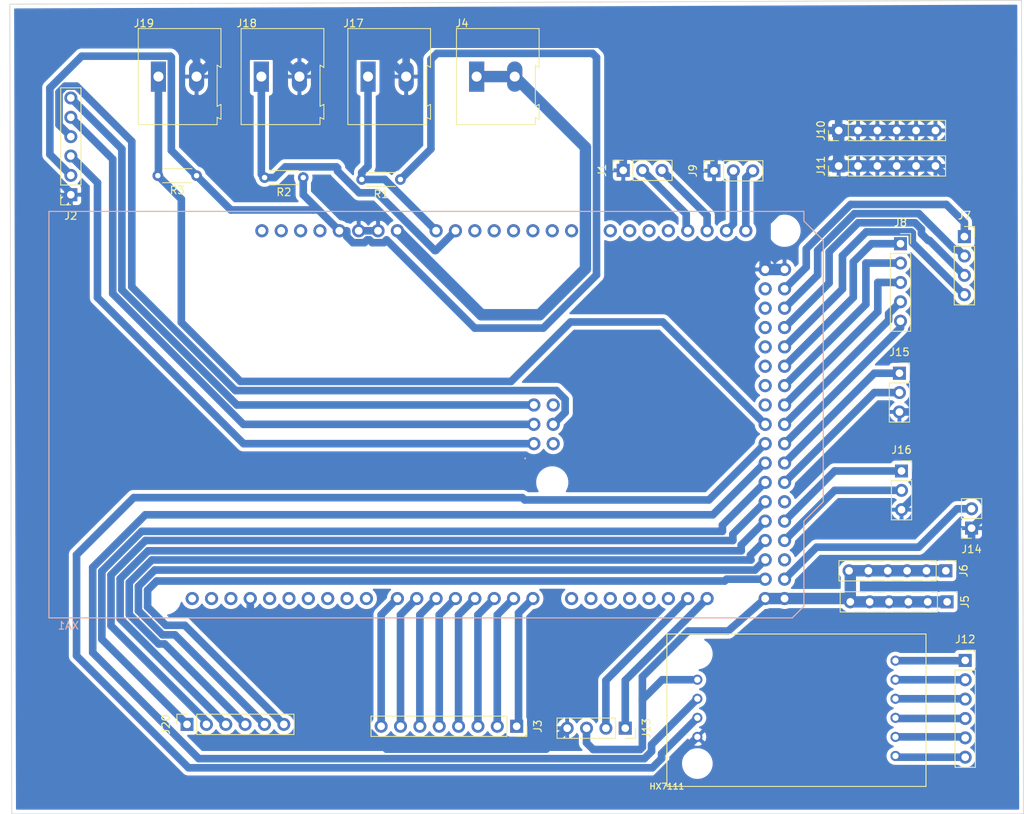
<source format=kicad_pcb>
(kicad_pcb (version 20171130) (host pcbnew "(5.1.10)-1")
  (layers (0 F.Cu signal) (31 B.Cu signal) (34 B.Paste user) (35 F.Paste user) (36 B.SilkS user) (37 F.SilkS user) (38 B.Mask user) (39 F.Mask user) (44 Edge.Cuts user))
  (net 0 "")
  (net 1 +5V)
  (net 2 SCK)
  (net 3 DT)
  (net 4 GND)
  (net 5 CUR1)
  (net 6 CS)
  (net 7 MOSI)
  (net 8 MISO)
  (net 9 key8)
  (net 10 key7)
  (net 11 key6)
  (net 12 key5)
  (net 13 key4)
  (net 14 key3)
  (net 15 key2)
  (net 16 key1)
  (net 17 "Net-(J4-Pad1)")
  (net 18 IN4)
  (net 19 IN3)
  (net 20 IN2)
  (net 21 IN1)
  (net 22 in4)
  (net 23 in3)
  (net 24 in2)
  (net 25 in1)
  (net 26 pwm)
  (net 27 CUR2)
  (net 28 SDA)
  (net 29 SCL)
  (net 30 BUZZER)
  (net 31 readsensor1)
  (net 32 readsensor2)
  (net 33 limitswitch2)
  (net 34 powerswitch)
  (net 35 limitswitch1)
  (net 36 "Net-(XA1-PadD52)")
  (net 37 "Net-(XA1-PadD50)")
  (net 38 "Net-(XA1-PadD48)")
  (net 39 "Net-(XA1-PadD46)")
  (net 40 "Net-(XA1-PadD44)")
  (net 41 "Net-(XA1-PadD42)")
  (net 42 "Net-(XA1-PadD40)")
  (net 43 "Net-(XA1-PadA11)")
  (net 44 "Net-(XA1-PadA10)")
  (net 45 "Net-(XA1-PadA9)")
  (net 46 "Net-(XA1-PadA8)")
  (net 47 "Net-(XA1-PadA7)")
  (net 48 "Net-(XA1-PadA6)")
  (net 49 "Net-(XA1-PadA5)")
  (net 50 "Net-(XA1-PadA4)")
  (net 51 "Net-(XA1-PadA3)")
  (net 52 "Net-(XA1-PadA2)")
  (net 53 "Net-(XA1-PadD11)")
  (net 54 "Net-(XA1-PadD12)")
  (net 55 "Net-(XA1-PadD13)")
  (net 56 "Net-(XA1-PadAREF)")
  (net 57 "Net-(XA1-PadSDA)")
  (net 58 "Net-(XA1-PadSCL)")
  (net 59 "Net-(XA1-PadD10)")
  (net 60 "Net-(XA1-PadD9)")
  (net 61 "Net-(XA1-PadD8)")
  (net 62 "Net-(XA1-PadD14)")
  (net 63 "Net-(XA1-PadD15)")
  (net 64 "Net-(XA1-PadD16)")
  (net 65 "Net-(XA1-PadD17)")
  (net 66 "Net-(XA1-PadD18)")
  (net 67 "Net-(XA1-PadD19)")
  (net 68 "Net-(XA1-PadIORF)")
  (net 69 "Net-(XA1-PadRST1)")
  (net 70 "Net-(XA1-Pad3V3)")
  (net 71 "Net-(XA1-Pad5V2)")
  (net 72 "Net-(XA1-PadGND4)")
  (net 73 VCC1)
  (net 74 VCC2)
  (net 75 VCC3)
  (net 76 VCC4)
  (net 77 e1)
  (net 78 e2)
  (net 79 e3)
  (net 80 e4)
  (net 81 e5)
  (net 82 e6)
  (net 83 "Net-(XA1-PadD31)")
  (net 84 "Net-(XA1-PadD25)")
  (net 85 amplifersck)
  (net 86 B+)
  (net 87 B-)
  (net 88 A+)
  (net 89 A-)
  (net 90 E-)
  (net 91 E+)
  (module TerminalBlock:TerminalBlock_Altech_AK300-2_P5.00mm (layer F.Cu) (at 105.75 34)
    (fp_text reference J4 (at -1.92 -6.99) (layer F.SilkS))
    (fp_text value vin)
    (pad 2 thru_hole oval (at 5 0) (size 1.98 3.96) (drill 1.32) (layers *.Cu *.Mask) (net 17 "Net-(J4-Pad1)"))
    (pad 1 thru_hole rect (at 0 0) (size 1.98 3.96) (drill 1.32) (layers *.Cu *.Mask) (net 17 "Net-(J4-Pad1)"))
  )
  (module Arduino:Arduino_Mega2560_Shield (layer B.Cu) (at 49.6316 51.689)
    (fp_text reference XA1 (at 2.54 54.356) (layer B.SilkS) (effects (justify mirror)))
    (fp_text value Arduino_Mega2560_Shield)
    (fp_text user . (at 62.484 32.004) (layer B.SilkS) (effects (justify mirror)))
    (pad MISO thru_hole oval (at 63.627 30.48) (size 1.7272 1.7272) (drill 1.016) (layers *.Cu *.Mask) (net 8 MISO))
    (pad GND6 thru_hole oval (at 96.52 7.62) (size 1.7272 1.7272) (drill 1.016) (layers *.Cu *.Mask) (net 4 GND))
    (pad GND5 thru_hole oval (at 93.98 7.62) (size 1.7272 1.7272) (drill 1.016) (layers *.Cu *.Mask) (net 4 GND))
    (pad D53 thru_hole oval (at 96.52 10.16) (size 1.7272 1.7272) (drill 1.016) (layers *.Cu *.Mask) (net 21 IN1))
    (pad D52 thru_hole oval (at 93.98 10.16) (size 1.7272 1.7272) (drill 1.016) (layers *.Cu *.Mask) (net 36 "Net-(XA1-PadD52)"))
    (pad D51 thru_hole oval (at 96.52 12.7) (size 1.7272 1.7272) (drill 1.016) (layers *.Cu *.Mask) (net 20 IN2))
    (pad D50 thru_hole oval (at 93.98 12.7) (size 1.7272 1.7272) (drill 1.016) (layers *.Cu *.Mask) (net 37 "Net-(XA1-PadD50)"))
    (pad D49 thru_hole oval (at 96.52 15.24) (size 1.7272 1.7272) (drill 1.016) (layers *.Cu *.Mask) (net 19 IN3))
    (pad D48 thru_hole oval (at 93.98 15.24) (size 1.7272 1.7272) (drill 1.016) (layers *.Cu *.Mask) (net 38 "Net-(XA1-PadD48)"))
    (pad D47 thru_hole oval (at 96.52 17.78) (size 1.7272 1.7272) (drill 1.016) (layers *.Cu *.Mask) (net 18 IN4))
    (pad D46 thru_hole oval (at 93.98 17.78) (size 1.7272 1.7272) (drill 1.016) (layers *.Cu *.Mask) (net 39 "Net-(XA1-PadD46)"))
    (pad D45 thru_hole oval (at 96.52 20.32) (size 1.7272 1.7272) (drill 1.016) (layers *.Cu *.Mask) (net 26 pwm))
    (pad D44 thru_hole oval (at 93.98 20.32) (size 1.7272 1.7272) (drill 1.016) (layers *.Cu *.Mask) (net 40 "Net-(XA1-PadD44)"))
    (pad D43 thru_hole oval (at 96.52 22.86) (size 1.7272 1.7272) (drill 1.016) (layers *.Cu *.Mask) (net 25 in1))
    (pad D42 thru_hole oval (at 93.98 22.86) (size 1.7272 1.7272) (drill 1.016) (layers *.Cu *.Mask) (net 41 "Net-(XA1-PadD42)"))
    (pad D41 thru_hole oval (at 96.52 25.4) (size 1.7272 1.7272) (drill 1.016) (layers *.Cu *.Mask) (net 24 in2))
    (pad D40 thru_hole oval (at 93.98 25.4) (size 1.7272 1.7272) (drill 1.016) (layers *.Cu *.Mask) (net 42 "Net-(XA1-PadD40)"))
    (pad D39 thru_hole oval (at 96.52 27.94) (size 1.7272 1.7272) (drill 1.016) (layers *.Cu *.Mask) (net 23 in3))
    (pad D38 thru_hole oval (at 93.98 27.94) (size 1.7272 1.7272) (drill 1.016) (layers *.Cu *.Mask) (net 34 powerswitch))
    (pad D37 thru_hole oval (at 96.52 30.48) (size 1.7272 1.7272) (drill 1.016) (layers *.Cu *.Mask) (net 22 in4))
    (pad D36 thru_hole oval (at 93.98 30.48) (size 1.7272 1.7272) (drill 1.016) (layers *.Cu *.Mask) (net 3 DT))
    (pad D35 thru_hole oval (at 96.52 33.02) (size 1.7272 1.7272) (drill 1.016) (layers *.Cu *.Mask) (net 31 readsensor1))
    (pad D34 thru_hole oval (at 93.98 33.02) (size 1.7272 1.7272) (drill 1.016) (layers *.Cu *.Mask) (net 85 amplifersck))
    (pad D33 thru_hole oval (at 96.52 35.56) (size 1.7272 1.7272) (drill 1.016) (layers *.Cu *.Mask) (net 73 VCC1))
    (pad D32 thru_hole oval (at 93.98 35.56) (size 1.7272 1.7272) (drill 1.016) (layers *.Cu *.Mask) (net 77 e1))
    (pad D31 thru_hole oval (at 96.52 38.1) (size 1.7272 1.7272) (drill 1.016) (layers *.Cu *.Mask) (net 83 "Net-(XA1-PadD31)"))
    (pad D30 thru_hole oval (at 93.98 38.1) (size 1.7272 1.7272) (drill 1.016) (layers *.Cu *.Mask) (net 78 e2))
    (pad D29 thru_hole oval (at 96.52 40.64) (size 1.7272 1.7272) (drill 1.016) (layers *.Cu *.Mask) (net 32 readsensor2))
    (pad D28 thru_hole oval (at 93.98 40.64) (size 1.7272 1.7272) (drill 1.016) (layers *.Cu *.Mask) (net 79 e3))
    (pad D27 thru_hole oval (at 96.52 43.18) (size 1.7272 1.7272) (drill 1.016) (layers *.Cu *.Mask) (net 74 VCC2))
    (pad D26 thru_hole oval (at 93.98 43.18) (size 1.7272 1.7272) (drill 1.016) (layers *.Cu *.Mask) (net 80 e4))
    (pad D25 thru_hole oval (at 96.52 45.72) (size 1.7272 1.7272) (drill 1.016) (layers *.Cu *.Mask) (net 84 "Net-(XA1-PadD25)"))
    (pad D24 thru_hole oval (at 93.98 45.72) (size 1.7272 1.7272) (drill 1.016) (layers *.Cu *.Mask) (net 81 e5))
    (pad D23 thru_hole oval (at 96.52 48.26) (size 1.7272 1.7272) (drill 1.016) (layers *.Cu *.Mask) (net 30 BUZZER))
    (pad D22 thru_hole oval (at 93.98 48.26) (size 1.7272 1.7272) (drill 1.016) (layers *.Cu *.Mask) (net 82 e6))
    (pad 5V4 thru_hole oval (at 96.52 50.8) (size 1.7272 1.7272) (drill 1.016) (layers *.Cu *.Mask) (net 1 +5V))
    (pad 5V3 thru_hole oval (at 93.98 50.8) (size 1.7272 1.7272) (drill 1.016) (layers *.Cu *.Mask) (net 1 +5V))
    (pad A15 thru_hole oval (at 91.44 2.54) (size 1.7272 1.7272) (drill 1.016) (layers *.Cu *.Mask) (net 76 VCC4))
    (pad A14 thru_hole oval (at 88.9 2.54) (size 1.7272 1.7272) (drill 1.016) (layers *.Cu *.Mask) (net 27 CUR2))
    (pad A13 thru_hole oval (at 86.36 2.54) (size 1.7272 1.7272) (drill 1.016) (layers *.Cu *.Mask) (net 75 VCC3))
    (pad A12 thru_hole oval (at 83.82 2.54) (size 1.7272 1.7272) (drill 1.016) (layers *.Cu *.Mask) (net 5 CUR1))
    (pad A11 thru_hole oval (at 81.28 2.54) (size 1.7272 1.7272) (drill 1.016) (layers *.Cu *.Mask) (net 43 "Net-(XA1-PadA11)"))
    (pad A10 thru_hole oval (at 78.74 2.54) (size 1.7272 1.7272) (drill 1.016) (layers *.Cu *.Mask) (net 44 "Net-(XA1-PadA10)"))
    (pad A9 thru_hole oval (at 76.2 2.54) (size 1.7272 1.7272) (drill 1.016) (layers *.Cu *.Mask) (net 45 "Net-(XA1-PadA9)"))
    (pad A8 thru_hole oval (at 73.66 2.54) (size 1.7272 1.7272) (drill 1.016) (layers *.Cu *.Mask) (net 46 "Net-(XA1-PadA8)"))
    (pad A7 thru_hole oval (at 68.58 2.54) (size 1.7272 1.7272) (drill 1.016) (layers *.Cu *.Mask) (net 47 "Net-(XA1-PadA7)"))
    (pad A6 thru_hole oval (at 66.04 2.54) (size 1.7272 1.7272) (drill 1.016) (layers *.Cu *.Mask) (net 48 "Net-(XA1-PadA6)"))
    (pad A5 thru_hole oval (at 63.5 2.54) (size 1.7272 1.7272) (drill 1.016) (layers *.Cu *.Mask) (net 49 "Net-(XA1-PadA5)"))
    (pad A4 thru_hole oval (at 60.96 2.54) (size 1.7272 1.7272) (drill 1.016) (layers *.Cu *.Mask) (net 50 "Net-(XA1-PadA4)"))
    (pad A3 thru_hole oval (at 58.42 2.54) (size 1.7272 1.7272) (drill 1.016) (layers *.Cu *.Mask) (net 51 "Net-(XA1-PadA3)"))
    (pad A2 thru_hole oval (at 55.88 2.54) (size 1.7272 1.7272) (drill 1.016) (layers *.Cu *.Mask) (net 52 "Net-(XA1-PadA2)"))
    (pad A1 thru_hole oval (at 53.34 2.54) (size 1.7272 1.7272) (drill 1.016) (layers *.Cu *.Mask) (net 33 limitswitch2))
    (pad "" thru_hole oval (at 27.94 2.54) (size 1.7272 1.7272) (drill 1.016) (layers *.Cu *.Mask))
    (pad D11 thru_hole oval (at 34.036 50.8) (size 1.7272 1.7272) (drill 1.016) (layers *.Cu *.Mask) (net 53 "Net-(XA1-PadD11)"))
    (pad D12 thru_hole oval (at 31.496 50.8) (size 1.7272 1.7272) (drill 1.016) (layers *.Cu *.Mask) (net 54 "Net-(XA1-PadD12)"))
    (pad D13 thru_hole oval (at 28.956 50.8) (size 1.7272 1.7272) (drill 1.016) (layers *.Cu *.Mask) (net 55 "Net-(XA1-PadD13)"))
    (pad AREF thru_hole oval (at 23.876 50.8) (size 1.7272 1.7272) (drill 1.016) (layers *.Cu *.Mask) (net 56 "Net-(XA1-PadAREF)"))
    (pad SDA thru_hole oval (at 21.336 50.8) (size 1.7272 1.7272) (drill 1.016) (layers *.Cu *.Mask) (net 57 "Net-(XA1-PadSDA)"))
    (pad SCL thru_hole oval (at 18.796 50.8) (size 1.7272 1.7272) (drill 1.016) (layers *.Cu *.Mask) (net 58 "Net-(XA1-PadSCL)"))
    (pad "" np_thru_hole circle (at 13.97 2.54) (size 3.2 3.2) (drill 3.2) (layers *.Cu *.Mask))
    (pad "" np_thru_hole circle (at 96.52 2.54) (size 3.2 3.2) (drill 3.2) (layers *.Cu *.Mask))
    (pad "" np_thru_hole circle (at 15.24 50.8) (size 3.2 3.2) (drill 3.2) (layers *.Cu *.Mask))
    (pad "" np_thru_hole circle (at 90.17 50.8) (size 3.2 3.2) (drill 3.2) (layers *.Cu *.Mask))
    (pad "" np_thru_hole circle (at 66.04 35.56) (size 3.2 3.2) (drill 3.2) (layers *.Cu *.Mask))
    (pad "" np_thru_hole circle (at 66.04 7.62) (size 3.2 3.2) (drill 3.2) (layers *.Cu *.Mask))
    (pad D10 thru_hole oval (at 36.576 50.8) (size 1.7272 1.7272) (drill 1.016) (layers *.Cu *.Mask) (net 59 "Net-(XA1-PadD10)"))
    (pad D9 thru_hole oval (at 39.116 50.8) (size 1.7272 1.7272) (drill 1.016) (layers *.Cu *.Mask) (net 60 "Net-(XA1-PadD9)"))
    (pad D8 thru_hole oval (at 41.656 50.8) (size 1.7272 1.7272) (drill 1.016) (layers *.Cu *.Mask) (net 61 "Net-(XA1-PadD8)"))
    (pad GND1 thru_hole oval (at 26.416 50.8) (size 1.7272 1.7272) (drill 1.016) (layers *.Cu *.Mask) (net 4 GND))
    (pad D7 thru_hole oval (at 45.72 50.8) (size 1.7272 1.7272) (drill 1.016) (layers *.Cu *.Mask) (net 9 key8))
    (pad D6 thru_hole oval (at 48.26 50.8) (size 1.7272 1.7272) (drill 1.016) (layers *.Cu *.Mask) (net 10 key7))
    (pad D5 thru_hole oval (at 50.8 50.8) (size 1.7272 1.7272) (drill 1.016) (layers *.Cu *.Mask) (net 11 key6))
    (pad D4 thru_hole oval (at 53.34 50.8) (size 1.7272 1.7272) (drill 1.016) (layers *.Cu *.Mask) (net 12 key5))
    (pad D3 thru_hole oval (at 55.88 50.8) (size 1.7272 1.7272) (drill 1.016) (layers *.Cu *.Mask) (net 13 key4))
    (pad D2 thru_hole oval (at 58.42 50.8) (size 1.7272 1.7272) (drill 1.016) (layers *.Cu *.Mask) (net 14 key3))
    (pad D1 thru_hole oval (at 60.96 50.8) (size 1.7272 1.7272) (drill 1.016) (layers *.Cu *.Mask) (net 15 key2))
    (pad D0 thru_hole oval (at 63.5 50.8) (size 1.7272 1.7272) (drill 1.016) (layers *.Cu *.Mask) (net 16 key1))
    (pad D14 thru_hole oval (at 68.58 50.8) (size 1.7272 1.7272) (drill 1.016) (layers *.Cu *.Mask) (net 62 "Net-(XA1-PadD14)"))
    (pad D15 thru_hole oval (at 71.12 50.8) (size 1.7272 1.7272) (drill 1.016) (layers *.Cu *.Mask) (net 63 "Net-(XA1-PadD15)"))
    (pad D16 thru_hole oval (at 73.66 50.8) (size 1.7272 1.7272) (drill 1.016) (layers *.Cu *.Mask) (net 64 "Net-(XA1-PadD16)"))
    (pad D17 thru_hole oval (at 76.2 50.8) (size 1.7272 1.7272) (drill 1.016) (layers *.Cu *.Mask) (net 65 "Net-(XA1-PadD17)"))
    (pad D18 thru_hole oval (at 78.74 50.8) (size 1.7272 1.7272) (drill 1.016) (layers *.Cu *.Mask) (net 66 "Net-(XA1-PadD18)"))
    (pad D19 thru_hole oval (at 81.28 50.8) (size 1.7272 1.7272) (drill 1.016) (layers *.Cu *.Mask) (net 67 "Net-(XA1-PadD19)"))
    (pad D20 thru_hole oval (at 83.82 50.8) (size 1.7272 1.7272) (drill 1.016) (layers *.Cu *.Mask) (net 28 SDA))
    (pad D21 thru_hole oval (at 86.36 50.8) (size 1.7272 1.7272) (drill 1.016) (layers *.Cu *.Mask) (net 29 SCL))
    (pad IORF thru_hole oval (at 30.48 2.54) (size 1.7272 1.7272) (drill 1.016) (layers *.Cu *.Mask) (net 68 "Net-(XA1-PadIORF)"))
    (pad RST1 thru_hole oval (at 33.02 2.54) (size 1.7272 1.7272) (drill 1.016) (layers *.Cu *.Mask) (net 69 "Net-(XA1-PadRST1)"))
    (pad 3V3 thru_hole oval (at 35.56 2.54) (size 1.7272 1.7272) (drill 1.016) (layers *.Cu *.Mask) (net 70 "Net-(XA1-Pad3V3)"))
    (pad 5V1 thru_hole oval (at 38.1 2.54) (size 1.7272 1.7272) (drill 1.016) (layers *.Cu *.Mask) (net 1 +5V))
    (pad GND2 thru_hole oval (at 40.64 2.54) (size 1.7272 1.7272) (drill 1.016) (layers *.Cu *.Mask) (net 4 GND))
    (pad GND3 thru_hole oval (at 43.18 2.54) (size 1.7272 1.7272) (drill 1.016) (layers *.Cu *.Mask) (net 4 GND))
    (pad VIN thru_hole oval (at 45.72 2.54) (size 1.7272 1.7272) (drill 1.016) (layers *.Cu *.Mask) (net 17 "Net-(J4-Pad1)"))
    (pad A0 thru_hole oval (at 50.8 2.54) (size 1.7272 1.7272) (drill 1.016) (layers *.Cu *.Mask) (net 35 limitswitch1))
    (pad 5V2 thru_hole oval (at 66.167 30.48) (size 1.7272 1.7272) (drill 1.016) (layers *.Cu *.Mask) (net 71 "Net-(XA1-Pad5V2)"))
    (pad SCK thru_hole oval (at 63.627 27.94) (size 1.7272 1.7272) (drill 1.016) (layers *.Cu *.Mask) (net 2 SCK))
    (pad MOSI thru_hole oval (at 66.167 27.94) (size 1.7272 1.7272) (drill 1.016) (layers *.Cu *.Mask) (net 7 MOSI))
    (pad GND4 thru_hole oval (at 66.167 25.4) (size 1.7272 1.7272) (drill 1.016) (layers *.Cu *.Mask) (net 72 "Net-(XA1-PadGND4)"))
    (pad RST2 thru_hole oval (at 63.627 25.4) (size 1.7272 1.7272) (drill 1.016) (layers *.Cu *.Mask) (net 6 CS))
  )
  (module Connector_PinSocket_2.54mm:PinSocket_1x06_P2.54mm_Vertical (layer F.Cu) (at 67.75 119 90)
    (fp_text reference J20 (at 0 -2.77 90) (layer F.SilkS))
    (fp_text value "extra pins")
    (pad 6 thru_hole oval (at 0 12.7 90) (size 1.7 1.7) (drill 1) (layers *.Cu *.Mask) (net 82 e6))
    (pad 5 thru_hole oval (at 0 10.16 90) (size 1.7 1.7) (drill 1) (layers *.Cu *.Mask) (net 81 e5))
    (pad 4 thru_hole oval (at 0 7.62 90) (size 1.7 1.7) (drill 1) (layers *.Cu *.Mask) (net 80 e4))
    (pad 3 thru_hole oval (at 0 5.08 90) (size 1.7 1.7) (drill 1) (layers *.Cu *.Mask) (net 79 e3))
    (pad 2 thru_hole oval (at 0 2.54 90) (size 1.7 1.7) (drill 1) (layers *.Cu *.Mask) (net 78 e2))
    (pad 1 thru_hole rect (at 0 0 90) (size 1.7 1.7) (drill 1) (layers *.Cu *.Mask) (net 77 e1))
  )
  (module Connector_PinSocket_2.54mm:PinSocket_1x08_P2.54mm_Vertical (layer F.Cu) (at 111 119.25 270)
    (fp_text reference J3 (at 0 -2.77 90) (layer F.SilkS))
    (fp_text value keypad)
    (pad 8 thru_hole oval (at 0 17.78 270) (size 1.7 1.7) (drill 1) (layers *.Cu *.Mask) (net 9 key8))
    (pad 7 thru_hole oval (at 0 15.24 270) (size 1.7 1.7) (drill 1) (layers *.Cu *.Mask) (net 10 key7))
    (pad 6 thru_hole oval (at 0 12.7 270) (size 1.7 1.7) (drill 1) (layers *.Cu *.Mask) (net 11 key6))
    (pad 5 thru_hole oval (at 0 10.16 270) (size 1.7 1.7) (drill 1) (layers *.Cu *.Mask) (net 12 key5))
    (pad 4 thru_hole oval (at 0 7.62 270) (size 1.7 1.7) (drill 1) (layers *.Cu *.Mask) (net 13 key4))
    (pad 3 thru_hole oval (at 0 5.08 270) (size 1.7 1.7) (drill 1) (layers *.Cu *.Mask) (net 14 key3))
    (pad 2 thru_hole oval (at 0 2.54 270) (size 1.7 1.7) (drill 1) (layers *.Cu *.Mask) (net 15 key2))
    (pad 1 thru_hole rect (at 0 0 270) (size 1.7 1.7) (drill 1) (layers *.Cu *.Mask) (net 16 key1))
  )
  (module Resistor_THT:R_Axial_DIN0204_L3.6mm_D1.6mm_P5.08mm_Horizontal (layer F.Cu) (at 83 47.25 180)
    (fp_text reference R2 (at 2.54 -1.92) (layer F.SilkS))
    (fp_text value 10k)
    (pad 2 thru_hole oval (at 5.08 0 180) (size 1.4 1.4) (drill 0.7) (layers *.Cu *.Mask) (net 33 limitswitch2))
    (pad 1 thru_hole circle (at 0 0 180) (size 1.4 1.4) (drill 0.7) (layers *.Cu *.Mask) (net 1 +5V))
  )
  (module Connector_PinHeader_2.54mm:PinHeader_1x06_P2.54mm_Vertical (layer F.Cu) (at 167.48252 102.9208 270)
    (fp_text reference J5 (at 0 -2.33 90) (layer F.SilkS))
    (fp_text value vcc)
    (pad 6 thru_hole oval (at 0 12.7 270) (size 1.7 1.7) (drill 1) (layers *.Cu *.Mask) (net 1 +5V))
    (pad 5 thru_hole oval (at 0 10.16 270) (size 1.7 1.7) (drill 1) (layers *.Cu *.Mask) (net 1 +5V))
    (pad 4 thru_hole oval (at 0 7.62 270) (size 1.7 1.7) (drill 1) (layers *.Cu *.Mask) (net 1 +5V))
    (pad 3 thru_hole oval (at 0 5.08 270) (size 1.7 1.7) (drill 1) (layers *.Cu *.Mask) (net 1 +5V))
    (pad 2 thru_hole oval (at 0 2.54 270) (size 1.7 1.7) (drill 1) (layers *.Cu *.Mask) (net 1 +5V))
    (pad 1 thru_hole rect (at 0 0 270) (size 1.7 1.7) (drill 1) (layers *.Cu *.Mask) (net 1 +5V))
  )
  (module Connector_PinHeader_2.54mm:PinHeader_1x06_P2.54mm_Vertical (layer F.Cu) (at 167.31742 98.8441 270)
    (fp_text reference J6 (at 0 -2.33 90) (layer F.SilkS))
    (fp_text value vcc)
    (pad 6 thru_hole oval (at 0 12.7 270) (size 1.7 1.7) (drill 1) (layers *.Cu *.Mask) (net 1 +5V))
    (pad 5 thru_hole oval (at 0 10.16 270) (size 1.7 1.7) (drill 1) (layers *.Cu *.Mask) (net 1 +5V))
    (pad 4 thru_hole oval (at 0 7.62 270) (size 1.7 1.7) (drill 1) (layers *.Cu *.Mask) (net 1 +5V))
    (pad 3 thru_hole oval (at 0 5.08 270) (size 1.7 1.7) (drill 1) (layers *.Cu *.Mask) (net 1 +5V))
    (pad 2 thru_hole oval (at 0 2.54 270) (size 1.7 1.7) (drill 1) (layers *.Cu *.Mask) (net 1 +5V))
    (pad 1 thru_hole rect (at 0 0 270) (size 1.7 1.7) (drill 1) (layers *.Cu *.Mask) (net 1 +5V))
  )
  (module Connector_PinSocket_2.54mm:PinSocket_1x02_P2.54mm_Vertical (layer F.Cu) (at 170.69308 93.25 180)
    (fp_text reference J14 (at 0 -2.77) (layer F.SilkS))
    (fp_text value buzzer)
    (pad 2 thru_hole oval (at 0 2.54 180) (size 1.7 1.7) (drill 1) (layers *.Cu *.Mask) (net 30 BUZZER))
    (pad 1 thru_hole rect (at 0 0 180) (size 1.7 1.7) (drill 1) (layers *.Cu *.Mask) (net 4 GND))
  )
  (module TerminalBlock:TerminalBlock_Altech_AK300-2_P5.00mm (layer F.Cu) (at 64 34)
    (fp_text reference J19 (at -1.92 -6.99) (layer F.SilkS))
    (fp_text value POWERSWITCH)
    (pad 2 thru_hole oval (at 5 0) (size 1.98 3.96) (drill 1.32) (layers *.Cu *.Mask) (net 4 GND))
    (pad 1 thru_hole rect (at 0 0) (size 1.98 3.96) (drill 1.32) (layers *.Cu *.Mask) (net 34 powerswitch))
  )
  (module TerminalBlock:TerminalBlock_Altech_AK300-2_P5.00mm (layer F.Cu) (at 77.5 34)
    (fp_text reference J18 (at -1.92 -6.99) (layer F.SilkS))
    (fp_text value LIMITSWITCH2)
    (pad 2 thru_hole oval (at 5 0) (size 1.98 3.96) (drill 1.32) (layers *.Cu *.Mask) (net 4 GND))
    (pad 1 thru_hole rect (at 0 0) (size 1.98 3.96) (drill 1.32) (layers *.Cu *.Mask) (net 33 limitswitch2))
  )
  (module TerminalBlock:TerminalBlock_Altech_AK300-2_P5.00mm (layer F.Cu) (at 91.5 34)
    (fp_text reference J17 (at -1.92 -6.99) (layer F.SilkS))
    (fp_text value LIMITSWITCH1)
    (pad 2 thru_hole oval (at 5 0) (size 1.98 3.96) (drill 1.32) (layers *.Cu *.Mask) (net 4 GND))
    (pad 1 thru_hole rect (at 0 0) (size 1.98 3.96) (drill 1.32) (layers *.Cu *.Mask) (net 35 limitswitch1))
  )
  (module Resistor_THT:R_Axial_DIN0204_L3.6mm_D1.6mm_P5.08mm_Horizontal (layer F.Cu) (at 69 47 180)
    (fp_text reference R3 (at 2.54 -1.92) (layer F.SilkS))
    (fp_text value 10k)
    (pad 2 thru_hole oval (at 5.08 0 180) (size 1.4 1.4) (drill 0.7) (layers *.Cu *.Mask) (net 34 powerswitch))
    (pad 1 thru_hole circle (at 0 0 180) (size 1.4 1.4) (drill 0.7) (layers *.Cu *.Mask) (net 1 +5V))
  )
  (module Resistor_THT:R_Axial_DIN0204_L3.6mm_D1.6mm_P5.08mm_Horizontal (layer F.Cu) (at 95.75 47.5 180)
    (fp_text reference R1 (at 2.54 -1.92) (layer F.SilkS))
    (fp_text value 10k)
    (pad 2 thru_hole oval (at 5.08 0 180) (size 1.4 1.4) (drill 0.7) (layers *.Cu *.Mask) (net 35 limitswitch1))
    (pad 1 thru_hole circle (at 0 0 180) (size 1.4 1.4) (drill 0.7) (layers *.Cu *.Mask) (net 1 +5V))
  )
  (module Connector_PinSocket_2.54mm:PinSocket_1x03_P2.54mm_Vertical (layer F.Cu) (at 161.5 85.75)
    (fp_text reference J16 (at 0 -2.77) (layer F.SilkS))
    (fp_text value reaf_sensor2)
    (pad 3 thru_hole oval (at 0 5.08) (size 1.7 1.7) (drill 1) (layers *.Cu *.Mask) (net 4 GND))
    (pad 2 thru_hole oval (at 0 2.54) (size 1.7 1.7) (drill 1) (layers *.Cu *.Mask) (net 74 VCC2))
    (pad 1 thru_hole rect (at 0 0) (size 1.7 1.7) (drill 1) (layers *.Cu *.Mask) (net 32 readsensor2))
  )
  (module Connector_PinSocket_2.54mm:PinSocket_1x03_P2.54mm_Vertical (layer F.Cu) (at 161.2265 72.9234)
    (fp_text reference J15 (at 0 -2.77) (layer F.SilkS))
    (fp_text value read_sensor1)
    (pad 3 thru_hole oval (at 0 5.08) (size 1.7 1.7) (drill 1) (layers *.Cu *.Mask) (net 4 GND))
    (pad 2 thru_hole oval (at 0 2.54) (size 1.7 1.7) (drill 1) (layers *.Cu *.Mask) (net 73 VCC1))
    (pad 1 thru_hole rect (at 0 0) (size 1.7 1.7) (drill 1) (layers *.Cu *.Mask) (net 31 readsensor1))
  )
  (module Connector_PinSocket_2.54mm:PinSocket_1x04_P2.54mm_Vertical (layer F.Cu) (at 125.25 119.5 270)
    (fp_text reference J13 (at 0 -2.77 90) (layer F.SilkS))
    (fp_text value LCD)
    (pad 4 thru_hole oval (at 0 7.62 270) (size 1.7 1.7) (drill 1) (layers *.Cu *.Mask) (net 4 GND))
    (pad 3 thru_hole oval (at 0 5.08 270) (size 1.7 1.7) (drill 1) (layers *.Cu *.Mask) (net 1 +5V))
    (pad 2 thru_hole oval (at 0 2.54 270) (size 1.7 1.7) (drill 1) (layers *.Cu *.Mask) (net 28 SDA))
    (pad 1 thru_hole rect (at 0 0 270) (size 1.7 1.7) (drill 1) (layers *.Cu *.Mask) (net 29 SCL))
  )
  (module Connector_PinSocket_2.54mm:PinSocket_1x06_P2.54mm_Vertical (layer F.Cu) (at 169.8579 110.60674)
    (fp_text reference J12 (at 0 -2.77) (layer F.SilkS))
    (fp_text value Conn_01x06_Female)
    (pad 6 thru_hole oval (at 0 12.7) (size 1.7 1.7) (drill 1) (layers *.Cu *.Mask) (net 91 E+))
    (pad 5 thru_hole oval (at 0 10.16) (size 1.7 1.7) (drill 1) (layers *.Cu *.Mask) (net 90 E-))
    (pad 4 thru_hole oval (at 0 7.62) (size 1.7 1.7) (drill 1) (layers *.Cu *.Mask) (net 89 A-))
    (pad 3 thru_hole oval (at 0 5.08) (size 1.7 1.7) (drill 1) (layers *.Cu *.Mask) (net 88 A+))
    (pad 2 thru_hole oval (at 0 2.54) (size 1.7 1.7) (drill 1) (layers *.Cu *.Mask) (net 87 B-))
    (pad 1 thru_hole rect (at 0 0) (size 1.7 1.7) (drill 1) (layers *.Cu *.Mask) (net 86 B+))
  )
  (module Connector_PinHeader_2.54mm:PinHeader_1x06_P2.54mm_Vertical (layer F.Cu) (at 153.253921 45.725619 90)
    (fp_text reference J11 (at 0 -2.33 90) (layer F.SilkS))
    (fp_text value GND)
    (pad 6 thru_hole oval (at 0 12.7 90) (size 1.7 1.7) (drill 1) (layers *.Cu *.Mask) (net 4 GND))
    (pad 5 thru_hole oval (at 0 10.16 90) (size 1.7 1.7) (drill 1) (layers *.Cu *.Mask) (net 4 GND))
    (pad 4 thru_hole oval (at 0 7.62 90) (size 1.7 1.7) (drill 1) (layers *.Cu *.Mask) (net 4 GND))
    (pad 3 thru_hole oval (at 0 5.08 90) (size 1.7 1.7) (drill 1) (layers *.Cu *.Mask) (net 4 GND))
    (pad 2 thru_hole oval (at 0 2.54 90) (size 1.7 1.7) (drill 1) (layers *.Cu *.Mask) (net 4 GND))
    (pad 1 thru_hole rect (at 0 0 90) (size 1.7 1.7) (drill 1) (layers *.Cu *.Mask) (net 4 GND))
  )
  (module Connector_PinHeader_2.54mm:PinHeader_1x06_P2.54mm_Vertical (layer F.Cu) (at 153.253921 41.075619 90)
    (fp_text reference J10 (at 0 -2.33 90) (layer F.SilkS))
    (fp_text value GND)
    (pad 6 thru_hole oval (at 0 12.7 90) (size 1.7 1.7) (drill 1) (layers *.Cu *.Mask) (net 4 GND))
    (pad 5 thru_hole oval (at 0 10.16 90) (size 1.7 1.7) (drill 1) (layers *.Cu *.Mask) (net 4 GND))
    (pad 4 thru_hole oval (at 0 7.62 90) (size 1.7 1.7) (drill 1) (layers *.Cu *.Mask) (net 4 GND))
    (pad 3 thru_hole oval (at 0 5.08 90) (size 1.7 1.7) (drill 1) (layers *.Cu *.Mask) (net 4 GND))
    (pad 2 thru_hole oval (at 0 2.54 90) (size 1.7 1.7) (drill 1) (layers *.Cu *.Mask) (net 4 GND))
    (pad 1 thru_hole rect (at 0 0 90) (size 1.7 1.7) (drill 1) (layers *.Cu *.Mask) (net 4 GND))
  )
  (module Connector_PinSocket_2.54mm:PinSocket_1x03_P2.54mm_Vertical (layer F.Cu) (at 136.89838 46.36262 90)
    (fp_text reference J9 (at 0 -2.77 90) (layer F.SilkS))
    (fp_text value "current sensor 2")
    (pad 3 thru_hole oval (at 0 5.08 90) (size 1.7 1.7) (drill 1) (layers *.Cu *.Mask) (net 76 VCC4))
    (pad 2 thru_hole oval (at 0 2.54 90) (size 1.7 1.7) (drill 1) (layers *.Cu *.Mask) (net 27 CUR2))
    (pad 1 thru_hole rect (at 0 0 90) (size 1.7 1.7) (drill 1) (layers *.Cu *.Mask) (net 4 GND))
  )
  (module Connector_PinSocket_2.54mm:PinSocket_1x05_P2.54mm_Vertical (layer F.Cu) (at 161.3662 55.9308)
    (fp_text reference J8 (at 0 -2.77) (layer F.SilkS))
    (fp_text value user_motor)
    (pad 5 thru_hole oval (at 0 10.16) (size 1.7 1.7) (drill 1) (layers *.Cu *.Mask) (net 22 in4))
    (pad 4 thru_hole oval (at 0 7.62) (size 1.7 1.7) (drill 1) (layers *.Cu *.Mask) (net 23 in3))
    (pad 3 thru_hole oval (at 0 5.08) (size 1.7 1.7) (drill 1) (layers *.Cu *.Mask) (net 24 in2))
    (pad 2 thru_hole oval (at 0 2.54) (size 1.7 1.7) (drill 1) (layers *.Cu *.Mask) (net 25 in1))
    (pad 1 thru_hole rect (at 0 0) (size 1.7 1.7) (drill 1) (layers *.Cu *.Mask) (net 26 pwm))
  )
  (module Connector_PinSocket_2.54mm:PinSocket_1x04_P2.54mm_Vertical (layer F.Cu) (at 169.75 55)
    (fp_text reference J7 (at 0 -2.77) (layer F.SilkS))
    (fp_text value desk_motor)
    (pad 4 thru_hole oval (at 0 7.62) (size 1.7 1.7) (drill 1) (layers *.Cu *.Mask) (net 18 IN4))
    (pad 3 thru_hole oval (at 0 5.08) (size 1.7 1.7) (drill 1) (layers *.Cu *.Mask) (net 19 IN3))
    (pad 2 thru_hole oval (at 0 2.54) (size 1.7 1.7) (drill 1) (layers *.Cu *.Mask) (net 20 IN2))
    (pad 1 thru_hole rect (at 0 0) (size 1.7 1.7) (drill 1) (layers *.Cu *.Mask) (net 21 IN1))
  )
  (module Connector_PinSocket_2.54mm:PinSocket_1x06_P2.54mm_Vertical (layer F.Cu) (at 52.5 49.5 180)
    (fp_text reference J2 (at 0 -2.77) (layer F.SilkS))
    (fp_text value SD_card)
    (pad 6 thru_hole oval (at 0 12.7 180) (size 1.7 1.7) (drill 1) (layers *.Cu *.Mask) (net 6 CS))
    (pad 5 thru_hole oval (at 0 10.16 180) (size 1.7 1.7) (drill 1) (layers *.Cu *.Mask) (net 2 SCK))
    (pad 4 thru_hole oval (at 0 7.62 180) (size 1.7 1.7) (drill 1) (layers *.Cu *.Mask) (net 7 MOSI))
    (pad 3 thru_hole oval (at 0 5.08 180) (size 1.7 1.7) (drill 1) (layers *.Cu *.Mask) (net 8 MISO))
    (pad 2 thru_hole oval (at 0 2.54 180) (size 1.7 1.7) (drill 1) (layers *.Cu *.Mask) (net 1 +5V))
    (pad 1 thru_hole rect (at 0 0 180) (size 1.7 1.7) (drill 1) (layers *.Cu *.Mask) (net 4 GND))
  )
  (module Connector_PinSocket_2.54mm:PinSocket_1x03_P2.54mm_Vertical (layer F.Cu) (at 124.98578 46.30674 90)
    (fp_text reference J1 (at 0 -2.77 90) (layer F.SilkS))
    (fp_text value "current sensor 1")
    (pad 3 thru_hole oval (at 0 5.08 90) (size 1.7 1.7) (drill 1) (layers *.Cu *.Mask) (net 75 VCC3))
    (pad 2 thru_hole oval (at 0 2.54 90) (size 1.7 1.7) (drill 1) (layers *.Cu *.Mask) (net 5 CUR1))
    (pad 1 thru_hole rect (at 0 0 90) (size 1.7 1.7) (drill 1) (layers *.Cu *.Mask) (net 4 GND))
  )
  (module "hx711 _load_cell_amplifier:HX711" (layer F.Cu) (at 130.70888 127.14214)
    (fp_text reference HX7111 (at 0 0) (layer F.SilkS) (effects (font (size 0.787402 0.787402))))
    (fp_text value HX711)
    (pad 1 thru_hole circle (at 4 -14) (size 1.3208 1.3208) (drill 0.8128) (layers *.Cu *.Mask) (net 1 +5V))
    (pad 2 thru_hole circle (at 4 -11.5) (size 1.3208 1.3208) (drill 0.8128) (layers *.Cu *.Mask) (net 85 amplifersck))
    (pad 3 thru_hole circle (at 4 -9) (size 1.3208 1.3208) (drill 0.8128) (layers *.Cu *.Mask) (net 3 DT))
    (pad 4 thru_hole circle (at 4 -6.5) (size 1.3208 1.3208) (drill 0.8128) (layers *.Cu *.Mask) (net 4 GND))
    (pad None np_thru_hole circle (at 4 -17.381) (size 3 3) (drill 3) (layers *.Cu *.Mask))
    (pad None np_thru_hole circle (at 4 -3) (size 3 3) (drill 3) (layers *.Cu *.Mask))
    (pad 10 thru_hole circle (at 30 -16.5) (size 1.3208 1.3208) (drill 0.8128) (layers *.Cu *.Mask) (net 86 B+))
    (pad 9 thru_hole circle (at 30 -14) (size 1.3208 1.3208) (drill 0.8128) (layers *.Cu *.Mask) (net 87 B-))
    (pad 8 thru_hole circle (at 30 -11.5) (size 1.3208 1.3208) (drill 0.8128) (layers *.Cu *.Mask) (net 88 A+))
    (pad 7 thru_hole circle (at 30 -9) (size 1.3208 1.3208) (drill 0.8128) (layers *.Cu *.Mask) (net 89 A-))
    (pad 6 thru_hole circle (at 30 -6.5) (size 1.3208 1.3208) (drill 0.8128) (layers *.Cu *.Mask) (net 90 E-))
    (pad 5 thru_hole circle (at 30 -4) (size 1.3208 1.3208) (drill 0.8128) (layers *.Cu *.Mask) (net 91 E+))
  )
  (gr_line (start 177.5 130.75) (end 44.75 130.75) (layer Edge.Cuts) (width 0.1))
  (gr_line (start 177.25 24) (end 44.5 24.5) (layer Edge.Cuts) (width 0.1))
  (gr_line (start 177.25 24) (end 177.5 130.75) (layer Edge.Cuts) (width 0.1))
  (gr_line (start 44.5 24.5) (end 44.75 130.75) (layer Edge.Cuts) (width 0.1))
  (segment (start 143.6116 102.489) (end 146.1516 102.489) (width 1.5) (layer B.Cu) (net 1))
  (segment (start 154.78252 102.9208) (end 154.78252 99.0092) (width 1.5) (layer B.Cu) (net 1))
  (segment (start 154.78252 102.9208) (end 167.48252 102.9208) (width 1.5) (layer B.Cu) (net 1))
  (segment (start 154.61742 98.8441) (end 167.31742 98.8441) (width 1.5) (layer B.Cu) (net 1))
  (segment (start 154.78252 99.0092) (end 154.61742 98.8441) (width 1.5) (layer B.Cu) (net 1))
  (segment (start 154.35072 102.489) (end 154.78252 102.9208) (width 1.5) (layer B.Cu) (net 1))
  (segment (start 146.1516 102.489) (end 154.35072 102.489) (width 1.5) (layer B.Cu) (net 1))
  (segment (start 69 47) (end 73.5 51.5) (width 1) (layer B.Cu) (net 1))
  (segment (start 85.0026 51.5) (end 87.7316 54.229) (width 1) (layer B.Cu) (net 1))
  (segment (start 84.25 51.5) (end 85.0026 51.5) (width 1) (layer B.Cu) (net 1))
  (segment (start 73.5 51.5) (end 84.25 51.5) (width 1) (layer B.Cu) (net 1))
  (segment (start 65.550001 31.319999) (end 53.930001 31.319999) (width 1) (layer B.Cu) (net 1))
  (segment (start 65.690001 31.459999) (end 65.550001 31.319999) (width 1) (layer B.Cu) (net 1))
  (segment (start 65.690001 43.690001) (end 65.690001 31.459999) (width 1) (layer B.Cu) (net 1))
  (segment (start 69 47) (end 65.690001 43.690001) (width 1) (layer B.Cu) (net 1))
  (segment (start 49.749989 44.209989) (end 52.5 46.96) (width 1) (layer B.Cu) (net 1))
  (segment (start 49.749989 35.500011) (end 49.749989 44.209989) (width 1) (layer B.Cu) (net 1))
  (segment (start 53.930001 31.319999) (end 49.749989 35.500011) (width 1) (layer B.Cu) (net 1))
  (segment (start 83 49.4974) (end 85.0026 51.5) (width 1) (layer B.Cu) (net 1))
  (segment (start 83 47.25) (end 83 49.4974) (width 1) (layer B.Cu) (net 1))
  (segment (start 120.17 121.42) (end 120.17 119.5) (width 1) (layer B.Cu) (net 1))
  (segment (start 121.04999 122.29999) (end 120.17 121.42) (width 1) (layer B.Cu) (net 1))
  (segment (start 127.20001 122.29999) (end 121.04999 122.29999) (width 1) (layer B.Cu) (net 1))
  (segment (start 127.5 122) (end 127.20001 122.29999) (width 1) (layer B.Cu) (net 1))
  (segment (start 133.5 106.75) (end 127.5 112.75) (width 1) (layer B.Cu) (net 1))
  (segment (start 138.75 106.75) (end 133.5 106.75) (width 1) (layer B.Cu) (net 1))
  (segment (start 143.6116 102.489) (end 138.75 106.75) (width 1) (layer B.Cu) (net 1))
  (segment (start 130.10786 113.14214) (end 127.5 115.75) (width 1) (layer B.Cu) (net 1))
  (segment (start 134.70888 113.14214) (end 130.10786 113.14214) (width 1) (layer B.Cu) (net 1))
  (segment (start 127.5 115.75) (end 127.5 122) (width 1) (layer B.Cu) (net 1))
  (segment (start 127.5 112.75) (end 127.5 115.75) (width 1) (layer B.Cu) (net 1))
  (segment (start 88.707999 54.229) (end 88.707999 54.979529) (width 1) (layer B.Cu) (net 1))
  (segment (start 121.475211 31.475211) (end 120.950011 30.950011) (width 1) (layer B.Cu) (net 1))
  (segment (start 99.75 43.5) (end 95.75 47.5) (width 1) (layer B.Cu) (net 1))
  (segment (start 92.061071 55.792601) (end 93.562129 55.792601) (width 1) (layer B.Cu) (net 1))
  (segment (start 99.75 31.75) (end 99.75 43.5) (width 1) (layer B.Cu) (net 1))
  (segment (start 121.475211 60.024789) (end 121.475211 31.475211) (width 1) (layer B.Cu) (net 1))
  (segment (start 89.521071 55.792601) (end 91.022129 55.792601) (width 1) (layer B.Cu) (net 1))
  (segment (start 100.549989 30.950011) (end 99.75 31.75) (width 1) (layer B.Cu) (net 1))
  (segment (start 114.5 67) (end 121.475211 60.024789) (width 1) (layer B.Cu) (net 1))
  (segment (start 105.5 67) (end 114.5 67) (width 1) (layer B.Cu) (net 1))
  (segment (start 93.562129 55.792601) (end 93.927365 55.427365) (width 1) (layer B.Cu) (net 1))
  (segment (start 91.69748 55.42901) (end 92.061071 55.792601) (width 1) (layer B.Cu) (net 1))
  (segment (start 91.38572 55.42901) (end 91.69748 55.42901) (width 1) (layer B.Cu) (net 1))
  (segment (start 91.022129 55.792601) (end 91.38572 55.42901) (width 1) (layer B.Cu) (net 1))
  (segment (start 120.950011 30.950011) (end 100.549989 30.950011) (width 1) (layer B.Cu) (net 1))
  (segment (start 88.707999 54.979529) (end 89.521071 55.792601) (width 1) (layer B.Cu) (net 1))
  (segment (start 87.7316 54.229) (end 88.707999 54.229) (width 1) (layer B.Cu) (net 1))
  (segment (start 93.927365 55.427365) (end 105.5 67) (width 1) (layer B.Cu) (net 1))
  (segment (start 52.5 39.34) (end 58 44.84) (width 1) (layer B.Cu) (net 2))
  (segment (start 58 62.485355) (end 75.143645 79.629) (width 1) (layer B.Cu) (net 2))
  (segment (start 58 44.84) (end 58 62.485355) (width 1) (layer B.Cu) (net 2))
  (segment (start 75.143645 79.629) (end 113.2586 79.629) (width 1) (layer B.Cu) (net 2))
  (segment (start 128.79999 124.70001) (end 67.95001 124.70001) (width 1) (layer B.Cu) (net 3))
  (segment (start 67.95001 124.70001) (end 53.25 110) (width 1) (layer B.Cu) (net 3))
  (segment (start 53.25 110) (end 53.25 96.75) (width 1) (layer B.Cu) (net 3))
  (segment (start 53.25 96.75) (end 60.75 89.25) (width 1) (layer B.Cu) (net 3))
  (segment (start 136.231599 89.549001) (end 143.6116 82.169) (width 1) (layer B.Cu) (net 3))
  (segment (start 112.049001 89.549001) (end 136.231599 89.549001) (width 1) (layer B.Cu) (net 3))
  (segment (start 111.75 89.25) (end 112.049001 89.549001) (width 1) (layer B.Cu) (net 3))
  (segment (start 60.75 89.25) (end 111.75 89.25) (width 1) (layer B.Cu) (net 3))
  (segment (start 128.79999 124.70001) (end 130.024045 123.475955) (width 1) (layer B.Cu) (net 3))
  (segment (start 130.024045 122.826975) (end 134.70888 118.14214) (width 1) (layer B.Cu) (net 3))
  (segment (start 130.024045 123.475955) (end 130.024045 122.826975) (width 1) (layer B.Cu) (net 3))
  (segment (start 146.1516 59.309) (end 143.6116 59.309) (width 1.5) (layer B.Cu) (net 4))
  (segment (start 165.953921 45.725619) (end 153.253921 45.725619) (width 1.5) (layer B.Cu) (net 4))
  (segment (start 153.253921 45.725619) (end 153.253921 41.075619) (width 1.5) (layer B.Cu) (net 4))
  (segment (start 165.500041 41.075619) (end 165.953921 41.075619) (width 1.5) (layer B.Cu) (net 4))
  (segment (start 153.253921 41.075619) (end 165.500041 41.075619) (width 1.5) (layer B.Cu) (net 4))
  (segment (start 150.880979 45.725619) (end 153.253921 45.725619) (width 1.5) (layer B.Cu) (net 4))
  (segment (start 143.601599 53.004999) (end 150.880979 45.725619) (width 1.5) (layer B.Cu) (net 4))
  (segment (start 143.601599 59.298999) (end 143.601599 53.004999) (width 1.5) (layer B.Cu) (net 4))
  (segment (start 143.6116 59.309) (end 143.601599 59.298999) (width 1.5) (layer B.Cu) (net 4))
  (segment (start 124.98578 41.98874) (end 124.98578 46.30674) (width 1) (layer B.Cu) (net 4))
  (segment (start 125.898901 41.075619) (end 124.98578 41.98874) (width 1) (layer B.Cu) (net 4))
  (segment (start 136.89838 41.30802) (end 137.130781 41.075619) (width 1) (layer B.Cu) (net 4))
  (segment (start 136.89838 46.36262) (end 136.89838 41.30802) (width 1) (layer B.Cu) (net 4))
  (segment (start 137.130781 41.075619) (end 125.898901 41.075619) (width 1) (layer B.Cu) (net 4))
  (segment (start 153.253921 41.075619) (end 137.130781 41.075619) (width 1) (layer B.Cu) (net 4))
  (segment (start 79.819999 31.319999) (end 82.5 34) (width 1) (layer B.Cu) (net 4))
  (segment (start 71.680001 31.319999) (end 79.819999 31.319999) (width 1) (layer B.Cu) (net 4))
  (segment (start 69 34) (end 71.680001 31.319999) (width 1) (layer B.Cu) (net 4))
  (segment (start 93.819999 31.319999) (end 96.5 34) (width 1) (layer B.Cu) (net 4))
  (segment (start 85.180001 31.319999) (end 93.819999 31.319999) (width 1) (layer B.Cu) (net 4))
  (segment (start 82.5 34) (end 85.180001 31.319999) (width 1) (layer B.Cu) (net 4))
  (segment (start 173.75 53.521698) (end 165.953921 45.725619) (width 1) (layer B.Cu) (net 4))
  (segment (start 161.5 90.83) (end 173.75 78.58) (width 1) (layer B.Cu) (net 4))
  (segment (start 173.1734 78.0034) (end 173.75 78.58) (width 1) (layer B.Cu) (net 4))
  (segment (start 161.2265 78.0034) (end 173.1734 78.0034) (width 1) (layer B.Cu) (net 4))
  (segment (start 173.75 90.19308) (end 173.75 77.25) (width 1) (layer B.Cu) (net 4))
  (segment (start 170.69308 93.25) (end 173.75 90.19308) (width 1) (layer B.Cu) (net 4))
  (segment (start 173.75 77.25) (end 173.75 53.521698) (width 1) (layer B.Cu) (net 4))
  (segment (start 173.75 78.58) (end 173.75 77.25) (width 1) (layer B.Cu) (net 4))
  (segment (start 170.69308 93.25) (end 170.69308 102.51394) (width 1) (layer B.Cu) (net 4))
  (segment (start 117.63 119.5) (end 114.88 122.25) (width 1) (layer B.Cu) (net 4))
  (segment (start 76.0476 104.371602) (end 76.0476 102.489) (width 1) (layer B.Cu) (net 4))
  (segment (start 93.925998 122.25) (end 76.0476 104.371602) (width 1) (layer B.Cu) (net 4))
  (segment (start 114.88 122.25) (end 93.925998 122.25) (width 1) (layer B.Cu) (net 4))
  (segment (start 92.8116 54.229) (end 92.8116 54.229) (width 1) (layer B.Cu) (net 4))
  (segment (start 69 31.75) (end 69 34) (width 1) (layer B.Cu) (net 4))
  (segment (start 65 27.75) (end 69 31.75) (width 1) (layer B.Cu) (net 4))
  (segment (start 51.75 27.75) (end 65 27.75) (width 1) (layer B.Cu) (net 4))
  (segment (start 47.5 32) (end 51.75 27.75) (width 1) (layer B.Cu) (net 4))
  (segment (start 47.5 44.254002) (end 47.5 32) (width 1) (layer B.Cu) (net 4))
  (segment (start 52.745998 49.5) (end 47.5 44.254002) (width 1) (layer B.Cu) (net 4))
  (segment (start 52.5 49.5) (end 52.745998 49.5) (width 1) (layer B.Cu) (net 4))
  (segment (start 49.5 52.5) (end 52.5 49.5) (width 1) (layer B.Cu) (net 4))
  (segment (start 49.5 108.75) (end 49.5 52.5) (width 1) (layer B.Cu) (net 4))
  (segment (start 68 127.25) (end 49.5 108.75) (width 1) (layer B.Cu) (net 4))
  (segment (start 128.75 127.25) (end 68 127.25) (width 1) (layer B.Cu) (net 4))
  (segment (start 92.8116 54.229) (end 90.2716 54.229) (width 1) (layer B.Cu) (net 4))
  (via (at 92.8116 54.229) (size 0.8) (drill 0.4) (layers F.Cu B.Cu) (net 4))
  (segment (start 128.75 126.60102) (end 128.75 127.25) (width 1) (layer B.Cu) (net 4))
  (segment (start 134.70888 120.64214) (end 128.75 126.60102) (width 1) (layer B.Cu) (net 4))
  (segment (start 143.778302 29.75) (end 153.253921 39.225619) (width 1) (layer B.Cu) (net 4))
  (segment (start 97.77 29.75) (end 143.778302 29.75) (width 1) (layer B.Cu) (net 4))
  (segment (start 96.5 31.02) (end 97.77 29.75) (width 1) (layer B.Cu) (net 4))
  (segment (start 96.5 34) (end 96.5 31.02) (width 1) (layer B.Cu) (net 4))
  (segment (start 153.253921 39.225619) (end 153.253921 41.075619) (width 1) (layer B.Cu) (net 4))
  (segment (start 169.8225 110.64214) (end 169.8579 110.60674) (width 1) (layer B.Cu) (net 86))
  (segment (start 160.70888 110.64214) (end 169.8225 110.64214) (width 1) (layer B.Cu) (net 86))
  (segment (start 160.71348 113.14674) (end 160.70888 113.14214) (width 1) (layer B.Cu) (net 87))
  (segment (start 169.8579 113.14674) (end 160.71348 113.14674) (width 1) (layer B.Cu) (net 87))
  (segment (start 169.8133 115.64214) (end 169.8579 115.68674) (width 1) (layer B.Cu) (net 88))
  (segment (start 160.70888 115.64214) (end 169.8133 115.64214) (width 1) (layer B.Cu) (net 88))
  (segment (start 160.79348 118.22674) (end 160.70888 118.14214) (width 1) (layer B.Cu) (net 89))
  (segment (start 169.8579 118.22674) (end 160.79348 118.22674) (width 1) (layer B.Cu) (net 89))
  (segment (start 169.7333 120.64214) (end 169.8579 120.76674) (width 1) (layer B.Cu) (net 90))
  (segment (start 160.70888 120.64214) (end 169.7333 120.64214) (width 1) (layer B.Cu) (net 90))
  (segment (start 160.87348 123.30674) (end 160.70888 123.14214) (width 1) (layer B.Cu) (net 91))
  (segment (start 169.8579 123.30674) (end 160.87348 123.30674) (width 1) (layer B.Cu) (net 91))
  (segment (start 127.52578 46.30674) (end 133.25 52.03096) (width 1) (layer B.Cu) (net 5))
  (segment (start 133.25 54.0274) (end 133.4516 54.229) (width 1) (layer B.Cu) (net 5))
  (segment (start 133.25 52.03096) (end 133.25 54.0274) (width 1) (layer B.Cu) (net 5))
  (segment (start 52.5 36.8) (end 59.200011 43.500011) (width 1) (layer B.Cu) (net 6))
  (segment (start 59.200011 43.500011) (end 59.200011 61.988295) (width 1) (layer B.Cu) (net 6))
  (segment (start 74.300716 77.089) (end 113.2586 77.089) (width 1) (layer B.Cu) (net 6))
  (segment (start 59.200011 61.988295) (end 74.300716 77.089) (width 1) (layer B.Cu) (net 6))
  (segment (start 116.223741 75.200011) (end 117.362201 76.338471) (width 1) (layer B.Cu) (net 7))
  (segment (start 52.5 41.88) (end 50.949999 40.329999) (width 1) (layer B.Cu) (net 7))
  (segment (start 117.362201 78.065399) (end 115.7986 79.629) (width 1) (layer B.Cu) (net 7))
  (segment (start 117.362201 76.338471) (end 117.362201 78.065399) (width 1) (layer B.Cu) (net 7))
  (segment (start 74.108798 75.200011) (end 116.223741 75.200011) (width 1) (layer B.Cu) (net 7))
  (segment (start 60.5 61.591213) (end 74.108798 75.200011) (width 1) (layer B.Cu) (net 7))
  (segment (start 60.5 42.505998) (end 60.5 61.591213) (width 1) (layer B.Cu) (net 7))
  (segment (start 53.244001 35.249999) (end 60.5 42.505998) (width 1) (layer B.Cu) (net 7))
  (segment (start 51.755999 35.249999) (end 53.244001 35.249999) (width 1) (layer B.Cu) (net 7))
  (segment (start 50.949999 40.329999) (end 50.949999 36.055999) (width 1) (layer B.Cu) (net 7))
  (segment (start 50.949999 36.055999) (end 51.755999 35.249999) (width 1) (layer B.Cu) (net 7))
  (segment (start 56 63) (end 75.169 82.169) (width 1) (layer B.Cu) (net 8))
  (segment (start 52.5 44.42) (end 56 47.92) (width 1) (layer B.Cu) (net 8))
  (segment (start 75.169 82.169) (end 113.2586 82.169) (width 1) (layer B.Cu) (net 8))
  (segment (start 56 47.92) (end 56 63) (width 1) (layer B.Cu) (net 8))
  (segment (start 93.22 104.6206) (end 93.22 119.25) (width 1) (layer B.Cu) (net 9))
  (segment (start 95.3516 102.489) (end 93.22 104.6206) (width 1) (layer B.Cu) (net 9))
  (segment (start 95.76 104.6206) (end 95.76 119.25) (width 1) (layer B.Cu) (net 10))
  (segment (start 97.8916 102.489) (end 95.76 104.6206) (width 1) (layer B.Cu) (net 10))
  (segment (start 98.3 104.6206) (end 98.3 119.25) (width 1) (layer B.Cu) (net 11))
  (segment (start 100.4316 102.489) (end 98.3 104.6206) (width 1) (layer B.Cu) (net 11))
  (segment (start 100.84 104.6206) (end 100.84 119.25) (width 1) (layer B.Cu) (net 12))
  (segment (start 102.9716 102.489) (end 100.84 104.6206) (width 1) (layer B.Cu) (net 12))
  (segment (start 103.38 104.6206) (end 103.38 119.25) (width 1) (layer B.Cu) (net 13))
  (segment (start 105.5116 102.489) (end 103.38 104.6206) (width 1) (layer B.Cu) (net 13))
  (segment (start 105.92 104.6206) (end 105.92 119.25) (width 1) (layer B.Cu) (net 14))
  (segment (start 108.0516 102.489) (end 105.92 104.6206) (width 1) (layer B.Cu) (net 14))
  (segment (start 108.46 104.6206) (end 108.46 119.25) (width 1) (layer B.Cu) (net 15))
  (segment (start 110.5916 102.489) (end 108.46 104.6206) (width 1) (layer B.Cu) (net 15))
  (segment (start 113.1316 102.489) (end 111.25 104.3706) (width 1) (layer B.Cu) (net 16))
  (segment (start 111.25 119) (end 111 119.25) (width 1) (layer B.Cu) (net 16))
  (segment (start 111.25 104.3706) (end 111.25 119) (width 1) (layer B.Cu) (net 16))
  (segment (start 120.025201 43.275201) (end 110.75 34) (width 1.5) (layer B.Cu) (net 17))
  (segment (start 120.025201 59.224799) (end 120.025201 43.275201) (width 1.5) (layer B.Cu) (net 17))
  (segment (start 114 65.25) (end 120.025201 59.224799) (width 1.5) (layer B.Cu) (net 17))
  (segment (start 106.3726 65.25) (end 114 65.25) (width 1.5) (layer B.Cu) (net 17))
  (segment (start 95.3516 54.229) (end 106.3726 65.25) (width 1.5) (layer B.Cu) (net 17))
  (segment (start 105.75 34) (end 110.75 34) (width 1.5) (layer B.Cu) (net 17))
  (segment (start 162.776201 54.380799) (end 156.869201 54.380799) (width 1) (layer B.Cu) (net 18))
  (segment (start 162.916201 54.520799) (end 162.776201 54.380799) (width 1) (layer B.Cu) (net 18))
  (segment (start 162.916201 55.786201) (end 162.916201 54.520799) (width 1) (layer B.Cu) (net 18))
  (segment (start 169.75 62.62) (end 162.916201 55.786201) (width 1) (layer B.Cu) (net 18))
  (segment (start 153.75 61.8706) (end 146.1516 69.469) (width 1) (layer B.Cu) (net 18))
  (segment (start 153.75 57.5) (end 153.75 61.8706) (width 1) (layer B.Cu) (net 18))
  (segment (start 156.869201 54.380799) (end 153.75 57.5) (width 1) (layer B.Cu) (net 18))
  (segment (start 152 61.0806) (end 146.1516 66.929) (width 1) (layer B.Cu) (net 19))
  (segment (start 152 57) (end 152 61.0806) (width 1) (layer B.Cu) (net 19))
  (segment (start 163.273261 53.180789) (end 155.819211 53.180789) (width 1) (layer B.Cu) (net 19))
  (segment (start 165 55.5) (end 164.116211 54.616211) (width 1) (layer B.Cu) (net 19))
  (segment (start 155.819211 53.180789) (end 152 57) (width 1) (layer B.Cu) (net 19))
  (segment (start 164.116211 54.616211) (end 164.11621 54.023738) (width 1) (layer B.Cu) (net 19))
  (segment (start 165.17 55.5) (end 165 55.5) (width 1) (layer B.Cu) (net 19))
  (segment (start 164.11621 54.023738) (end 163.273261 53.180789) (width 1) (layer B.Cu) (net 19))
  (segment (start 169.75 60.08) (end 165.17 55.5) (width 1) (layer B.Cu) (net 19))
  (segment (start 155.32215 51.98078) (end 150.5 56.80293) (width 1) (layer B.Cu) (net 20))
  (segment (start 163.770321 51.980779) (end 155.32215 51.98078) (width 1) (layer B.Cu) (net 20))
  (segment (start 168.900001 56.690001) (end 168.479543 56.690001) (width 1) (layer B.Cu) (net 20))
  (segment (start 168.479543 56.690001) (end 163.770321 51.980779) (width 1) (layer B.Cu) (net 20))
  (segment (start 169.75 57.54) (end 168.900001 56.690001) (width 1) (layer B.Cu) (net 20))
  (segment (start 150.5 60.0406) (end 146.1516 64.389) (width 1) (layer B.Cu) (net 20))
  (segment (start 150.5 56.80293) (end 150.5 60.0406) (width 1) (layer B.Cu) (net 20))
  (segment (start 154.825089 50.780771) (end 149 56.60586) (width 1) (layer B.Cu) (net 21))
  (segment (start 167.380771 50.780771) (end 154.825089 50.780771) (width 1) (layer B.Cu) (net 21))
  (segment (start 169.75 53.15) (end 167.380771 50.780771) (width 1) (layer B.Cu) (net 21))
  (segment (start 169.75 55) (end 169.75 53.15) (width 1) (layer B.Cu) (net 21))
  (segment (start 149 59.0006) (end 146.1516 61.849) (width 1) (layer B.Cu) (net 21))
  (segment (start 149 56.60586) (end 149 59.0006) (width 1) (layer B.Cu) (net 21))
  (segment (start 161.3662 66.9544) (end 146.1516 82.169) (width 1) (layer B.Cu) (net 22))
  (segment (start 161.3662 66.0908) (end 161.3662 66.9544) (width 1) (layer B.Cu) (net 22))
  (segment (start 159.816199 65.100801) (end 159.816199 65.964401) (width 1) (layer B.Cu) (net 23))
  (segment (start 159.816199 65.964401) (end 146.1516 79.629) (width 1) (layer B.Cu) (net 23))
  (segment (start 161.3662 63.5508) (end 159.816199 65.100801) (width 1) (layer B.Cu) (net 23))
  (segment (start 158.38932 64.85128) (end 146.1516 77.089) (width 1) (layer B.Cu) (net 24))
  (segment (start 158.38932 61.0108) (end 158.38932 64.85128) (width 1) (layer B.Cu) (net 24))
  (segment (start 161.3662 61.0108) (end 158.38932 61.0108) (width 1) (layer B.Cu) (net 24))
  (segment (start 156.82722 63.87338) (end 146.1516 74.549) (width 1) (layer B.Cu) (net 25))
  (segment (start 156.82722 58.4708) (end 156.82722 63.87338) (width 1) (layer B.Cu) (net 25))
  (segment (start 161.3662 58.4708) (end 156.82722 58.4708) (width 1) (layer B.Cu) (net 25))
  (segment (start 155.17114 62.98946) (end 146.1516 72.009) (width 1) (layer B.Cu) (net 26))
  (segment (start 155.17114 58.32886) (end 155.17114 62.98946) (width 1) (layer B.Cu) (net 26))
  (segment (start 157.5692 55.9308) (end 155.17114 58.32886) (width 1) (layer B.Cu) (net 26))
  (segment (start 161.3662 55.9308) (end 157.5692 55.9308) (width 1) (layer B.Cu) (net 26))
  (segment (start 139.43838 53.32222) (end 138.5316 54.229) (width 1) (layer B.Cu) (net 27))
  (segment (start 139.43838 46.36262) (end 139.43838 53.32222) (width 1) (layer B.Cu) (net 27))
  (segment (start 122.71 113.2306) (end 122.71 119.5) (width 1) (layer B.Cu) (net 28))
  (segment (start 133.4516 102.489) (end 122.71 113.2306) (width 1) (layer B.Cu) (net 28))
  (segment (start 125.25 113.2306) (end 135.9916 102.489) (width 1) (layer B.Cu) (net 29))
  (segment (start 125.25 119.5) (end 125.25 113.2306) (width 1) (layer B.Cu) (net 29))
  (segment (start 170.69308 90.71) (end 168.79 90.71) (width 1) (layer B.Cu) (net 30))
  (segment (start 168.79 90.71) (end 163.75 95.75) (width 1) (layer B.Cu) (net 30))
  (segment (start 150.3506 95.75) (end 146.1516 99.949) (width 1) (layer B.Cu) (net 30))
  (segment (start 163.75 95.75) (end 150.3506 95.75) (width 1) (layer B.Cu) (net 30))
  (segment (start 157.9372 72.9234) (end 146.1516 84.709) (width 1) (layer B.Cu) (net 31))
  (segment (start 161.2265 72.9234) (end 157.9372 72.9234) (width 1) (layer B.Cu) (net 31))
  (segment (start 152.7306 85.75) (end 146.1516 92.329) (width 1) (layer B.Cu) (net 32))
  (segment (start 161.5 85.75) (end 152.7306 85.75) (width 1) (layer B.Cu) (net 32))
  (segment (start 77.5 46.83) (end 77.92 47.25) (width 1) (layer B.Cu) (net 33))
  (segment (start 77.5 34) (end 77.5 46.83) (width 1) (layer B.Cu) (net 33))
  (segment (start 100.25 56.81327) (end 100.38733 56.81327) (width 1) (layer B.Cu) (net 33))
  (segment (start 90.347998 49.25) (end 92.68673 49.25) (width 1) (layer B.Cu) (net 33))
  (segment (start 87.5 46.402002) (end 90.347998 49.25) (width 1) (layer B.Cu) (net 33))
  (segment (start 100.38733 56.81327) (end 102.9716 54.229) (width 1) (layer B.Cu) (net 33))
  (segment (start 87.5 46) (end 87.5 46.402002) (width 1) (layer B.Cu) (net 33))
  (segment (start 87.349999 45.849999) (end 87.5 46) (width 1) (layer B.Cu) (net 33))
  (segment (start 79.25 47.25) (end 80.650001 45.849999) (width 1) (layer B.Cu) (net 33))
  (segment (start 92.68673 49.25) (end 100.25 56.81327) (width 1) (layer B.Cu) (net 33))
  (segment (start 80.650001 45.849999) (end 87.349999 45.849999) (width 1) (layer B.Cu) (net 33))
  (segment (start 77.92 47.25) (end 79.25 47.25) (width 1) (layer B.Cu) (net 33))
  (segment (start 64 46.92) (end 63.92 47) (width 1) (layer B.Cu) (net 34))
  (segment (start 64 34) (end 64 46.92) (width 1) (layer B.Cu) (net 34))
  (segment (start 130.182611 66.200011) (end 142.748001 78.765401) (width 1) (layer B.Cu) (net 34))
  (segment (start 110.272894 74) (end 118.072883 66.200011) (width 1) (layer B.Cu) (net 34))
  (segment (start 74.75 74) (end 110.272894 74) (width 1) (layer B.Cu) (net 34))
  (segment (start 67 66.25) (end 74.75 74) (width 1) (layer B.Cu) (net 34))
  (segment (start 142.748001 78.765401) (end 143.6116 79.629) (width 1) (layer B.Cu) (net 34))
  (segment (start 118.072883 66.200011) (end 130.182611 66.200011) (width 1) (layer B.Cu) (net 34))
  (segment (start 67 50.08) (end 67 66.25) (width 1) (layer B.Cu) (net 34))
  (segment (start 63.92 47) (end 67 50.08) (width 1) (layer B.Cu) (net 34))
  (segment (start 91.5 34) (end 91.5 45.75) (width 1) (layer B.Cu) (net 35))
  (segment (start 90.67 46.58) (end 90.67 47.5) (width 1) (layer B.Cu) (net 35))
  (segment (start 91.5 45.75) (end 90.67 46.58) (width 1) (layer B.Cu) (net 35))
  (segment (start 93.7026 47.5) (end 90.67 47.5) (width 1) (layer B.Cu) (net 35))
  (segment (start 100.4316 54.229) (end 93.7026 47.5) (width 1) (layer B.Cu) (net 35))
  (segment (start 157.9372 75.4634) (end 146.1516 87.249) (width 1) (layer B.Cu) (net 73))
  (segment (start 161.2265 75.4634) (end 157.9372 75.4634) (width 1) (layer B.Cu) (net 73))
  (segment (start 152.7306 88.29) (end 146.1516 94.869) (width 1) (layer B.Cu) (net 74))
  (segment (start 161.5 88.29) (end 152.7306 88.29) (width 1) (layer B.Cu) (net 74))
  (segment (start 135.9916 52.23256) (end 130.06578 46.30674) (width 1) (layer B.Cu) (net 75))
  (segment (start 135.9916 54.229) (end 135.9916 52.23256) (width 1) (layer B.Cu) (net 75))
  (segment (start 141.0716 47.2694) (end 141.97838 46.36262) (width 1) (layer B.Cu) (net 76))
  (segment (start 141.0716 54.229) (end 141.0716 47.2694) (width 1) (layer B.Cu) (net 76))
  (segment (start 56.571551 107.821551) (end 67.75 119) (width 1) (layer B.Cu) (net 77))
  (segment (start 56.571551 98.899701) (end 56.571551 107.821551) (width 1) (layer B.Cu) (net 77))
  (segment (start 61.799495 93.671756) (end 56.571551 98.899701) (width 1) (layer B.Cu) (net 77))
  (segment (start 138 93.671755) (end 61.799495 93.671756) (width 1) (layer B.Cu) (net 77))
  (segment (start 138 92.8606) (end 138 93.671755) (width 1) (layer B.Cu) (net 77))
  (segment (start 143.6116 87.249) (end 138 92.8606) (width 1) (layer B.Cu) (net 77))
  (segment (start 143.6116 89.789) (end 139.371765 94.028835) (width 1) (layer B.Cu) (net 78))
  (segment (start 139.371765 94.028835) (end 139.371765 94.871765) (width 1) (layer B.Cu) (net 78))
  (segment (start 70.29 118.579998) (end 70.29 119) (width 1) (layer B.Cu) (net 78))
  (segment (start 57.771561 106.061559) (end 70.29 118.579998) (width 1) (layer B.Cu) (net 78))
  (segment (start 57.771561 99.396761) (end 57.771561 106.061559) (width 1) (layer B.Cu) (net 78))
  (segment (start 62.296556 94.871765) (end 57.771561 99.396761) (width 1) (layer B.Cu) (net 78))
  (segment (start 139.371765 94.871765) (end 62.296556 94.871765) (width 1) (layer B.Cu) (net 78))
  (segment (start 143.6116 92.329) (end 140.461756 95.478844) (width 1) (layer B.Cu) (net 79))
  (segment (start 140.461756 96.211756) (end 140.47646 96.22646) (width 1) (layer B.Cu) (net 79))
  (segment (start 140.461756 95.478844) (end 140.461756 96.211756) (width 1) (layer B.Cu) (net 79))
  (segment (start 58.971571 105.141571) (end 72.83 119) (width 1) (layer B.Cu) (net 79))
  (segment (start 58.971571 99.893821) (end 58.971571 105.141571) (width 1) (layer B.Cu) (net 79))
  (segment (start 62.638929 96.226461) (end 58.971571 99.893821) (width 1) (layer B.Cu) (net 79))
  (segment (start 140.47646 96.22646) (end 62.638929 96.226461) (width 1) (layer B.Cu) (net 79))
  (segment (start 143.6116 94.869) (end 141.661765 96.818835) (width 1) (layer B.Cu) (net 80))
  (segment (start 141.661765 97.338235) (end 141.75 97.42647) (width 1) (layer B.Cu) (net 80))
  (segment (start 141.661765 96.818835) (end 141.661765 97.338235) (width 1) (layer B.Cu) (net 80))
  (segment (start 64.82001 108.45001) (end 75.37 119) (width 1) (layer B.Cu) (net 80))
  (segment (start 64.034468 108.45001) (end 64.82001 108.45001) (width 1) (layer B.Cu) (net 80))
  (segment (start 60.171581 104.587123) (end 64.034468 108.45001) (width 1) (layer B.Cu) (net 80))
  (segment (start 63.13599 97.42647) (end 60.17158 100.39088) (width 1) (layer B.Cu) (net 80))
  (segment (start 60.17158 100.39088) (end 60.171581 104.587123) (width 1) (layer B.Cu) (net 80))
  (segment (start 141.75 97.42647) (end 63.13599 97.42647) (width 1) (layer B.Cu) (net 80))
  (segment (start 64.531528 107.25) (end 66.16 107.25) (width 1) (layer B.Cu) (net 81))
  (segment (start 61.37159 104.090062) (end 64.531528 107.25) (width 1) (layer B.Cu) (net 81))
  (segment (start 61.371589 100.887939) (end 61.37159 104.090062) (width 1) (layer B.Cu) (net 81))
  (segment (start 63.510538 98.74899) (end 61.371589 100.887939) (width 1) (layer B.Cu) (net 81))
  (segment (start 66.16 107.25) (end 77.91 119) (width 1) (layer B.Cu) (net 81))
  (segment (start 142.27161 98.74899) (end 63.510538 98.74899) (width 1) (layer B.Cu) (net 81))
  (segment (start 143.6116 97.409) (end 142.27161 98.74899) (width 1) (layer B.Cu) (net 81))
  (segment (start 67.45 106) (end 80.45 119) (width 1) (layer B.Cu) (net 82))
  (segment (start 64.978598 106) (end 67.45 106) (width 1) (layer B.Cu) (net 82))
  (segment (start 62.571599 103.593001) (end 64.978598 106) (width 1) (layer B.Cu) (net 82))
  (segment (start 63.767599 100.188999) (end 62.571599 101.384999) (width 1) (layer B.Cu) (net 82))
  (segment (start 138.311001 100.188999) (end 63.767599 100.188999) (width 1) (layer B.Cu) (net 82))
  (segment (start 138.551 99.949) (end 138.311001 100.188999) (width 1) (layer B.Cu) (net 82))
  (segment (start 62.571599 101.384999) (end 62.571599 103.593001) (width 1) (layer B.Cu) (net 82))
  (segment (start 143.6116 99.949) (end 138.551 99.949) (width 1) (layer B.Cu) (net 82))
  (segment (start 55.371542 98.40264) (end 62.274182 91.5) (width 1) (layer B.Cu) (net 85))
  (segment (start 55.371541 109.581543) (end 55.371542 98.40264) (width 1) (layer B.Cu) (net 85))
  (segment (start 69.289998 123.5) (end 55.371541 109.581543) (width 1) (layer B.Cu) (net 85))
  (segment (start 127.75 123.5) (end 69.289998 123.5) (width 1) (layer B.Cu) (net 85))
  (segment (start 62.274182 91.5) (end 136.75 91.5) (width 1) (layer B.Cu) (net 85))
  (segment (start 143.541 84.709) (end 143.6116 84.709) (width 1) (layer B.Cu) (net 85))
  (segment (start 136.75 91.5) (end 143.541 84.709) (width 1) (layer B.Cu) (net 85))
  (segment (start 128.700009 121.651011) (end 134.70888 115.64214) (width 1) (layer B.Cu) (net 85))
  (segment (start 128.700009 122.549991) (end 128.700009 121.651011) (width 1) (layer B.Cu) (net 85))
  (segment (start 127.75 123.5) (end 128.700009 122.549991) (width 1) (layer B.Cu) (net 85))
  (zone (net 4) (net_name GND) (layer B.Cu) (connect_pads (clearance 0.508)) (min_thickness 0.254) (fill yes (arc_segments 32) (thermal_gap 0.508) (thermal_bridge_width 0.508))
    (polygon (pts (xy 177.5 130.75) (xy 44.75 130.75) (xy 44.5 24.5) (xy 177.25 24)))
  )
)
</source>
